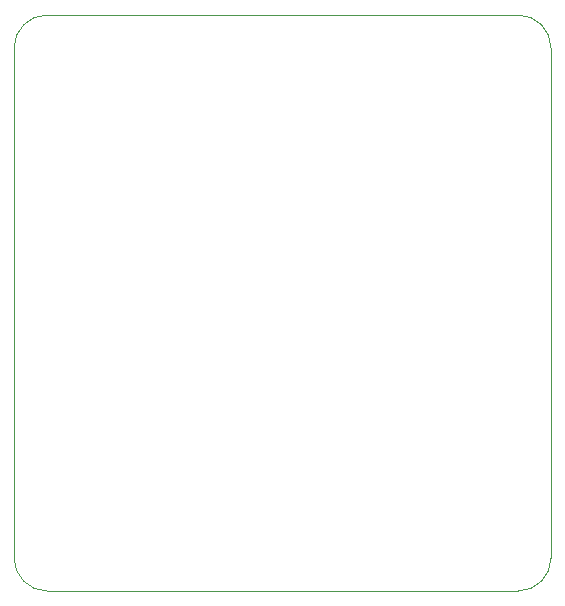
<source format=gbr>
%TF.GenerationSoftware,KiCad,Pcbnew,7.0.7*%
%TF.CreationDate,2025-03-27T10:25:26-07:00*%
%TF.ProjectId,lab7,6c616237-2e6b-4696-9361-645f70636258,rev?*%
%TF.SameCoordinates,Original*%
%TF.FileFunction,Profile,NP*%
%FSLAX46Y46*%
G04 Gerber Fmt 4.6, Leading zero omitted, Abs format (unit mm)*
G04 Created by KiCad (PCBNEW 7.0.7) date 2025-03-27 10:25:26*
%MOMM*%
%LPD*%
G01*
G04 APERTURE LIST*
%TA.AperFunction,Profile*%
%ADD10C,0.100000*%
%TD*%
G04 APERTURE END LIST*
D10*
X124714000Y-44196000D02*
X124714000Y-87376000D01*
X124714000Y-44196000D02*
G75*
G03*
X121920000Y-41402000I-2794000J0D01*
G01*
X82042000Y-41402000D02*
G75*
G03*
X79248000Y-44196000I0J-2794000D01*
G01*
X121920000Y-90170000D02*
X82042000Y-90170000D01*
X79248000Y-87376000D02*
X79248000Y-44196000D01*
X82042000Y-41402000D02*
X121920000Y-41402000D01*
X121920000Y-90170000D02*
G75*
G03*
X124714000Y-87376000I0J2794000D01*
G01*
X79248000Y-87376000D02*
G75*
G03*
X82042000Y-90170000I2794000J0D01*
G01*
M02*

</source>
